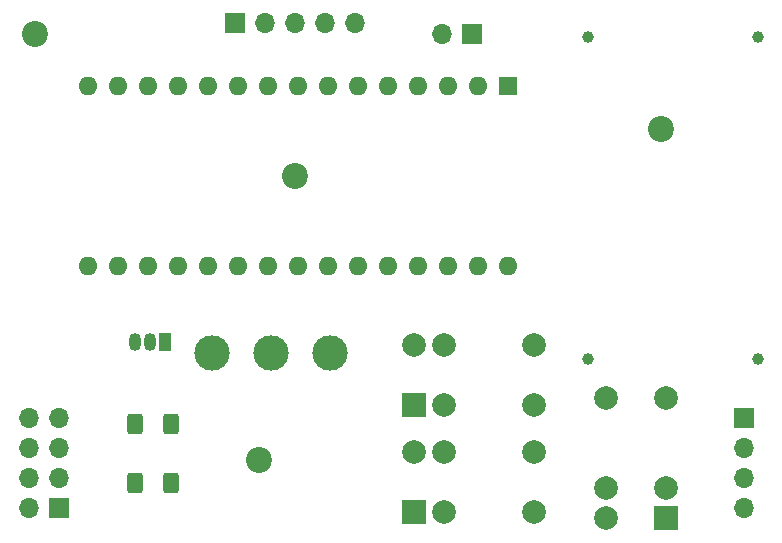
<source format=gbr>
%TF.GenerationSoftware,KiCad,Pcbnew,(6.0.6-0)*%
%TF.CreationDate,2022-07-04T00:08:46+08:00*%
%TF.ProjectId,__,8cc82e6b-6963-4616-945f-706362585858,rev?*%
%TF.SameCoordinates,Original*%
%TF.FileFunction,Soldermask,Top*%
%TF.FilePolarity,Negative*%
%FSLAX46Y46*%
G04 Gerber Fmt 4.6, Leading zero omitted, Abs format (unit mm)*
G04 Created by KiCad (PCBNEW (6.0.6-0)) date 2022-07-04 00:08:46*
%MOMM*%
%LPD*%
G01*
G04 APERTURE LIST*
G04 Aperture macros list*
%AMRoundRect*
0 Rectangle with rounded corners*
0 $1 Rounding radius*
0 $2 $3 $4 $5 $6 $7 $8 $9 X,Y pos of 4 corners*
0 Add a 4 corners polygon primitive as box body*
4,1,4,$2,$3,$4,$5,$6,$7,$8,$9,$2,$3,0*
0 Add four circle primitives for the rounded corners*
1,1,$1+$1,$2,$3*
1,1,$1+$1,$4,$5*
1,1,$1+$1,$6,$7*
1,1,$1+$1,$8,$9*
0 Add four rect primitives between the rounded corners*
20,1,$1+$1,$2,$3,$4,$5,0*
20,1,$1+$1,$4,$5,$6,$7,0*
20,1,$1+$1,$6,$7,$8,$9,0*
20,1,$1+$1,$8,$9,$2,$3,0*%
G04 Aperture macros list end*
%ADD10C,2.200000*%
%ADD11C,3.000000*%
%ADD12R,1.700000X1.700000*%
%ADD13O,1.700000X1.700000*%
%ADD14R,1.600000X1.600000*%
%ADD15O,1.600000X1.600000*%
%ADD16C,1.000000*%
%ADD17R,2.000000X2.000000*%
%ADD18C,2.000000*%
%ADD19RoundRect,0.250000X0.400000X0.625000X-0.400000X0.625000X-0.400000X-0.625000X0.400000X-0.625000X0*%
%ADD20R,1.050000X1.500000*%
%ADD21O,1.050000X1.500000*%
%ADD22RoundRect,0.250000X-0.400000X-0.625000X0.400000X-0.625000X0.400000X0.625000X-0.400000X0.625000X0*%
G04 APERTURE END LIST*
D10*
%TO.C,M2*%
X86000000Y-105000000D03*
%TD*%
D11*
%TO.C,H2_GND*%
X92000000Y-96000000D03*
%TD*%
D12*
%TO.C,J4_LIGHT*%
X127000000Y-101460000D03*
D13*
X127000000Y-104000000D03*
X127000000Y-106540000D03*
X127000000Y-109080000D03*
%TD*%
D12*
%TO.C,J2_BUTTON*%
X104000000Y-69000000D03*
D13*
X101460000Y-69000000D03*
%TD*%
D14*
%TO.C,Arduino1*%
X107050000Y-73390000D03*
D15*
X104510000Y-73390000D03*
X101970000Y-73390000D03*
X99430000Y-73390000D03*
X96890000Y-73390000D03*
X94350000Y-73390000D03*
X91810000Y-73390000D03*
X89270000Y-73390000D03*
X86730000Y-73390000D03*
X84190000Y-73390000D03*
X81650000Y-73390000D03*
X79110000Y-73390000D03*
X76570000Y-73390000D03*
X74030000Y-73390000D03*
X71490000Y-73390000D03*
X71490000Y-88630000D03*
X74030000Y-88630000D03*
X76570000Y-88630000D03*
X79110000Y-88630000D03*
X81650000Y-88630000D03*
X84190000Y-88630000D03*
X86730000Y-88630000D03*
X89270000Y-88630000D03*
X91810000Y-88630000D03*
X94350000Y-88630000D03*
X96890000Y-88630000D03*
X99430000Y-88630000D03*
X101970000Y-88630000D03*
X104510000Y-88630000D03*
X107050000Y-88630000D03*
%TD*%
D16*
%TO.C,TR1*%
X113800000Y-69250000D03*
X128200000Y-69250000D03*
X113800000Y-96500000D03*
X128200000Y-96500000D03*
%TD*%
D17*
%TO.C,K2*%
X120407500Y-109957500D03*
D18*
X120407500Y-107417500D03*
X120407500Y-99797500D03*
X115327500Y-99797500D03*
X115327500Y-107417500D03*
X115327500Y-109957500D03*
%TD*%
D19*
%TO.C,R7*%
X78550000Y-107000000D03*
X75450000Y-107000000D03*
%TD*%
D10*
%TO.C,M2*%
X67000000Y-69000000D03*
%TD*%
%TO.C,M2*%
X89000000Y-81000000D03*
%TD*%
D20*
%TO.C,Q1*%
X78000000Y-95000000D03*
D21*
X76730000Y-95000000D03*
X75460000Y-95000000D03*
%TD*%
D11*
%TO.C,H1_SIG*%
X82000000Y-96000000D03*
%TD*%
D17*
%TO.C,K1*%
X99042500Y-109407500D03*
D18*
X101582500Y-109407500D03*
X109202500Y-109407500D03*
X109202500Y-104327500D03*
X101582500Y-104327500D03*
X99042500Y-104327500D03*
%TD*%
D22*
%TO.C,R6*%
X75450000Y-102000000D03*
X78550000Y-102000000D03*
%TD*%
D12*
%TO.C,J3_2.4G*%
X69000000Y-109080000D03*
D13*
X66460000Y-109080000D03*
X69000000Y-106540000D03*
X66460000Y-106540000D03*
X69000000Y-104000000D03*
X66460000Y-104000000D03*
X69000000Y-101460000D03*
X66460000Y-101460000D03*
%TD*%
D11*
%TO.C,H3_BAT*%
X87000000Y-96000000D03*
%TD*%
D12*
%TO.C,J1_LED*%
X83925000Y-68000000D03*
D13*
X86465000Y-68000000D03*
X89005000Y-68000000D03*
X91545000Y-68000000D03*
X94085000Y-68000000D03*
%TD*%
D17*
%TO.C,K3*%
X99042500Y-100407500D03*
D18*
X101582500Y-100407500D03*
X109202500Y-100407500D03*
X109202500Y-95327500D03*
X101582500Y-95327500D03*
X99042500Y-95327500D03*
%TD*%
D10*
%TO.C,M2*%
X120000000Y-77000000D03*
%TD*%
M02*

</source>
